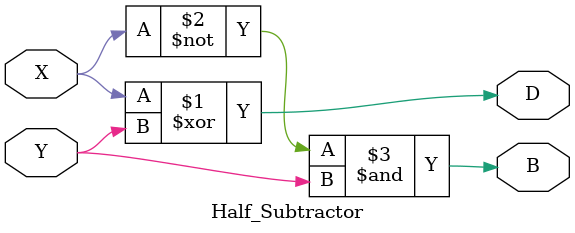
<source format=v>
`timescale 1ns / 1ps


module Half_Subtractor(output D, B, input X, Y );
assign D = X ^ Y;
assign B = ~X & Y;
endmodule

</source>
